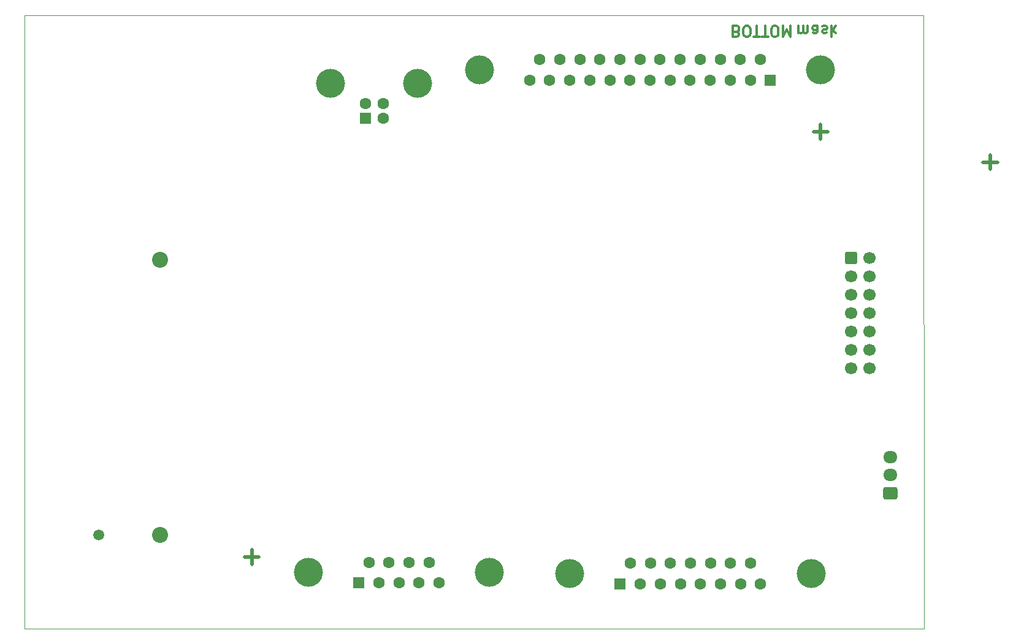
<source format=gbr>
%TF.GenerationSoftware,KiCad,Pcbnew,(6.0.1)*%
%TF.CreationDate,2022-09-20T17:47:08-03:00*%
%TF.ProjectId,HLI-M,484c492d-4d2e-46b6-9963-61645f706362,rev?*%
%TF.SameCoordinates,Original*%
%TF.FileFunction,Soldermask,Bot*%
%TF.FilePolarity,Negative*%
%FSLAX46Y46*%
G04 Gerber Fmt 4.6, Leading zero omitted, Abs format (unit mm)*
G04 Created by KiCad (PCBNEW (6.0.1)) date 2022-09-20 17:47:08*
%MOMM*%
%LPD*%
G01*
G04 APERTURE LIST*
G04 Aperture macros list*
%AMRoundRect*
0 Rectangle with rounded corners*
0 $1 Rounding radius*
0 $2 $3 $4 $5 $6 $7 $8 $9 X,Y pos of 4 corners*
0 Add a 4 corners polygon primitive as box body*
4,1,4,$2,$3,$4,$5,$6,$7,$8,$9,$2,$3,0*
0 Add four circle primitives for the rounded corners*
1,1,$1+$1,$2,$3*
1,1,$1+$1,$4,$5*
1,1,$1+$1,$6,$7*
1,1,$1+$1,$8,$9*
0 Add four rect primitives between the rounded corners*
20,1,$1+$1,$2,$3,$4,$5,0*
20,1,$1+$1,$4,$5,$6,$7,0*
20,1,$1+$1,$6,$7,$8,$9,0*
20,1,$1+$1,$8,$9,$2,$3,0*%
G04 Aperture macros list end*
%ADD10C,0.500000*%
%TA.AperFunction,Profile*%
%ADD11C,0.050000*%
%TD*%
%ADD12C,0.300000*%
%ADD13C,4.000000*%
%ADD14R,1.600000X1.600000*%
%ADD15C,1.600000*%
%ADD16RoundRect,0.250000X-0.600000X-0.600000X0.600000X-0.600000X0.600000X0.600000X-0.600000X0.600000X0*%
%ADD17C,1.700000*%
%ADD18RoundRect,0.250000X0.725000X-0.600000X0.725000X0.600000X-0.725000X0.600000X-0.725000X-0.600000X0*%
%ADD19O,1.950000X1.700000*%
%ADD20C,1.500000*%
%ADD21C,2.205000*%
G04 APERTURE END LIST*
D10*
X175955200Y-44907200D02*
X173955200Y-44907200D01*
X97402000Y-103650000D02*
X95402000Y-103650000D01*
X198400000Y-48100000D02*
X198400000Y-50100000D01*
X199400000Y-49100000D02*
X197400000Y-49100000D01*
X96402000Y-102650000D02*
X96402000Y-104650000D01*
X174955200Y-43907200D02*
X174955200Y-45907200D01*
D11*
X189204600Y-113538000D02*
X189179200Y-28854400D01*
X65030000Y-28825500D02*
X65030000Y-113534500D01*
X189179200Y-28854400D02*
X65030000Y-28825500D01*
X65030000Y-113534500D02*
X189204600Y-113538000D01*
D12*
X163335714Y-31081742D02*
X163550000Y-31010314D01*
X163621428Y-30938885D01*
X163692857Y-30796028D01*
X163692857Y-30581742D01*
X163621428Y-30438885D01*
X163550000Y-30367457D01*
X163407142Y-30296028D01*
X162835714Y-30296028D01*
X162835714Y-31796028D01*
X163335714Y-31796028D01*
X163478571Y-31724600D01*
X163550000Y-31653171D01*
X163621428Y-31510314D01*
X163621428Y-31367457D01*
X163550000Y-31224600D01*
X163478571Y-31153171D01*
X163335714Y-31081742D01*
X162835714Y-31081742D01*
X164621428Y-31796028D02*
X164907142Y-31796028D01*
X165050000Y-31724600D01*
X165192857Y-31581742D01*
X165264285Y-31296028D01*
X165264285Y-30796028D01*
X165192857Y-30510314D01*
X165050000Y-30367457D01*
X164907142Y-30296028D01*
X164621428Y-30296028D01*
X164478571Y-30367457D01*
X164335714Y-30510314D01*
X164264285Y-30796028D01*
X164264285Y-31296028D01*
X164335714Y-31581742D01*
X164478571Y-31724600D01*
X164621428Y-31796028D01*
X165692857Y-31796028D02*
X166550000Y-31796028D01*
X166121428Y-30296028D02*
X166121428Y-31796028D01*
X166835714Y-31796028D02*
X167692857Y-31796028D01*
X167264285Y-30296028D02*
X167264285Y-31796028D01*
X168478571Y-31796028D02*
X168764285Y-31796028D01*
X168907142Y-31724600D01*
X169050000Y-31581742D01*
X169121428Y-31296028D01*
X169121428Y-30796028D01*
X169050000Y-30510314D01*
X168907142Y-30367457D01*
X168764285Y-30296028D01*
X168478571Y-30296028D01*
X168335714Y-30367457D01*
X168192857Y-30510314D01*
X168121428Y-30796028D01*
X168121428Y-31296028D01*
X168192857Y-31581742D01*
X168335714Y-31724600D01*
X168478571Y-31796028D01*
X169764285Y-30296028D02*
X169764285Y-31796028D01*
X170264285Y-30724600D01*
X170764285Y-31796028D01*
X170764285Y-30296028D01*
X171884285Y-30296028D02*
X171884285Y-31296028D01*
X171884285Y-31153171D02*
X171955714Y-31224600D01*
X172098571Y-31296028D01*
X172312857Y-31296028D01*
X172455714Y-31224600D01*
X172527142Y-31081742D01*
X172527142Y-30296028D01*
X172527142Y-31081742D02*
X172598571Y-31224600D01*
X172741428Y-31296028D01*
X172955714Y-31296028D01*
X173098571Y-31224600D01*
X173170000Y-31081742D01*
X173170000Y-30296028D01*
X174527142Y-30296028D02*
X174527142Y-31081742D01*
X174455714Y-31224600D01*
X174312857Y-31296028D01*
X174027142Y-31296028D01*
X173884285Y-31224600D01*
X174527142Y-30367457D02*
X174384285Y-30296028D01*
X174027142Y-30296028D01*
X173884285Y-30367457D01*
X173812857Y-30510314D01*
X173812857Y-30653171D01*
X173884285Y-30796028D01*
X174027142Y-30867457D01*
X174384285Y-30867457D01*
X174527142Y-30938885D01*
X175170000Y-30367457D02*
X175312857Y-30296028D01*
X175598571Y-30296028D01*
X175741428Y-30367457D01*
X175812857Y-30510314D01*
X175812857Y-30581742D01*
X175741428Y-30724600D01*
X175598571Y-30796028D01*
X175384285Y-30796028D01*
X175241428Y-30867457D01*
X175170000Y-31010314D01*
X175170000Y-31081742D01*
X175241428Y-31224600D01*
X175384285Y-31296028D01*
X175598571Y-31296028D01*
X175741428Y-31224600D01*
X176455714Y-30296028D02*
X176455714Y-31796028D01*
X176598571Y-30867457D02*
X177027142Y-30296028D01*
X177027142Y-31296028D02*
X176455714Y-30724600D01*
D13*
%TO.C,CON3*%
X174939000Y-36346300D03*
X127839000Y-36346300D03*
D14*
X168009000Y-37766300D03*
D15*
X165239000Y-37766300D03*
X162469000Y-37766300D03*
X159699000Y-37766300D03*
X156929000Y-37766300D03*
X154159000Y-37766300D03*
X151389000Y-37766300D03*
X148619000Y-37766300D03*
X145849000Y-37766300D03*
X143079000Y-37766300D03*
X140309000Y-37766300D03*
X137539000Y-37766300D03*
X134769000Y-37766300D03*
X166624000Y-34926300D03*
X163854000Y-34926300D03*
X161084000Y-34926300D03*
X158314000Y-34926300D03*
X155544000Y-34926300D03*
X152774000Y-34926300D03*
X150004000Y-34926300D03*
X147234000Y-34926300D03*
X144464000Y-34926300D03*
X141694000Y-34926300D03*
X138924000Y-34926300D03*
X136154000Y-34926300D03*
%TD*%
D13*
%TO.C,CON7*%
X104227100Y-105802700D03*
X129227100Y-105802700D03*
D14*
X111187100Y-107222700D03*
D15*
X113957100Y-107222700D03*
X116727100Y-107222700D03*
X119497100Y-107222700D03*
X122267100Y-107222700D03*
X112572100Y-104382700D03*
X115342100Y-104382700D03*
X118112100Y-104382700D03*
X120882100Y-104382700D03*
%TD*%
D14*
%TO.C,CON2*%
X112059400Y-43033300D03*
D15*
X114559400Y-43033300D03*
X114559400Y-41033300D03*
X112059400Y-41033300D03*
D13*
X119309400Y-38173300D03*
X107309400Y-38173300D03*
%TD*%
%TO.C,CON6*%
X140322000Y-105941000D03*
X173622000Y-105941000D03*
D14*
X147277000Y-107361000D03*
D15*
X150047000Y-107361000D03*
X152817000Y-107361000D03*
X155587000Y-107361000D03*
X158357000Y-107361000D03*
X161127000Y-107361000D03*
X163897000Y-107361000D03*
X166667000Y-107361000D03*
X148662000Y-104521000D03*
X151432000Y-104521000D03*
X154202000Y-104521000D03*
X156972000Y-104521000D03*
X159742000Y-104521000D03*
X162512000Y-104521000D03*
X165282000Y-104521000D03*
%TD*%
D16*
%TO.C,CON4*%
X179163700Y-62331600D03*
D17*
X181703700Y-62331600D03*
X179163700Y-64871600D03*
X181703700Y-64871600D03*
X179163700Y-67411600D03*
X181703700Y-67411600D03*
X179163700Y-69951600D03*
X181703700Y-69951600D03*
X179163700Y-72491600D03*
X181703700Y-72491600D03*
X179163700Y-75031600D03*
X181703700Y-75031600D03*
X179163700Y-77571600D03*
X181703700Y-77571600D03*
%TD*%
D18*
%TO.C,CON5*%
X184556400Y-94843600D03*
D19*
X184556400Y-92343600D03*
X184556400Y-89843600D03*
%TD*%
D20*
%TO.C,CON8*%
X75236800Y-100602800D03*
D21*
X83736800Y-62617800D03*
X83736800Y-100587800D03*
%TD*%
M02*

</source>
